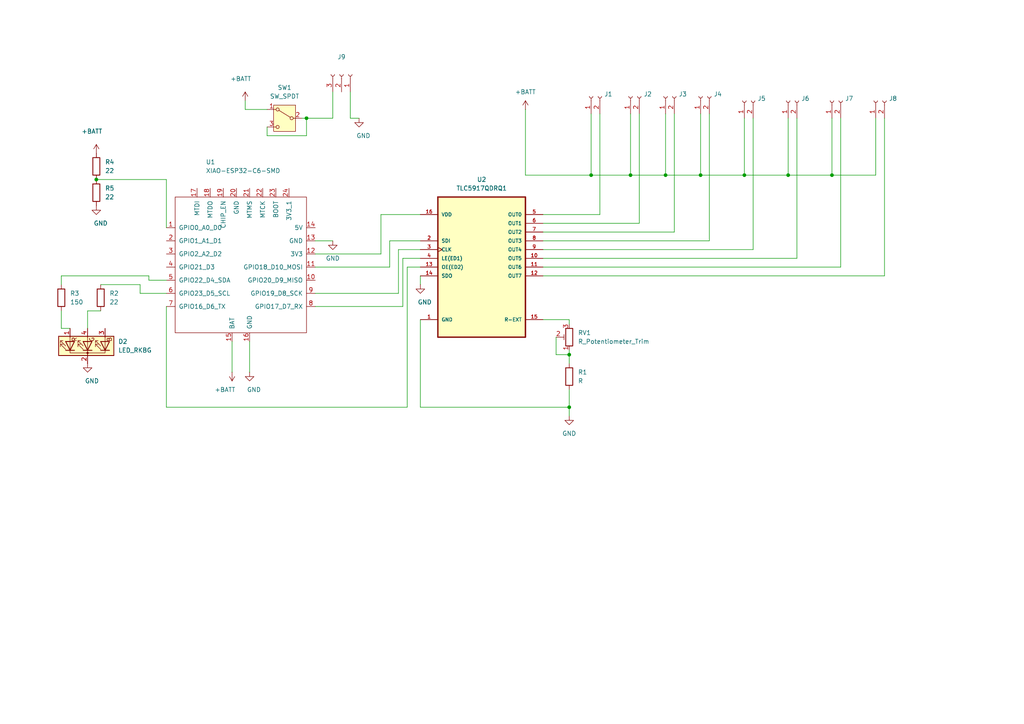
<source format=kicad_sch>
(kicad_sch (version 20250114) (generator "eeschema") (generator_version "9.0")
  (paper "A4")
  (lib_symbols
    (symbol "Connector:Conn_01x02_Socket" (pin_names (offset 1.016) (hide yes))
      (property "Reference" "J" (at 0 2.54 0))
      (property "Value" "Conn_01x02_Socket" (at 0 -5.08 0))
      (symbol "Conn_01x02_Socket_1_1"
        (polyline (pts (xy -1.27 0) (xy -0.508 0)) (stroke (width 0.1524)))
        (polyline (pts (xy -1.27 -2.54) (xy -0.508 -2.54)) (stroke (width 0.1524)))
        (arc (start 0 -0.508) (mid -0.5058 0) (end 0 0.508) (stroke (width 0.1524)))
        (arc (start 0 -3.048) (mid -0.5058 -2.54) (end 0 -2.032) (stroke (width 0.1524)))
        (pin passive line (at -5.08 0 0) (length 3.81) (name "Pin_1") (number "1"))
        (pin passive line (at -5.08 -2.54 0) (length 3.81) (name "Pin_2") (number "2"))
      )
    )
    (symbol "Connector:Conn_01x03_Socket" (pin_names (offset 1.016) (hide yes))
      (property "Reference" "J" (at 0 5.08 0))
      (property "Value" "Conn_01x03_Socket" (at 0 -5.08 0))
      (symbol "Conn_01x03_Socket_1_1"
        (polyline (pts (xy -1.27 2.54) (xy -0.508 2.54)) (stroke (width 0.1524)))
        (polyline (pts (xy -1.27 0) (xy -0.508 0)) (stroke (width 0.1524)))
        (polyline (pts (xy -1.27 -2.54) (xy -0.508 -2.54)) (stroke (width 0.1524)))
        (arc (start 0 2.032) (mid -0.5058 2.54) (end 0 3.048) (stroke (width 0.1524)))
        (arc (start 0 -0.508) (mid -0.5058 0) (end 0 0.508) (stroke (width 0.1524)))
        (arc (start 0 -3.048) (mid -0.5058 -2.54) (end 0 -2.032) (stroke (width 0.1524)))
        (pin passive line (at -5.08 2.54 0) (length 3.81) (name "Pin_1") (number "1"))
        (pin passive line (at -5.08 0 0) (length 3.81) (name "Pin_2") (number "2"))
        (pin passive line (at -5.08 -2.54 0) (length 3.81) (name "Pin_3") (number "3"))
      )
    )
    (symbol "Device:LED_RKBG" (pin_names (offset 0) (hide yes))
      (property "Reference" "D" (at 0 9.398 0))
      (property "Value" "LED_RKBG" (at 0 -8.89 0))
      (symbol "LED_RKBG_0_0"
        (text "R" (at 1.905 3.81 0) (effects (font (size 1.27 1.27))))
        (text "G" (at 1.905 -1.27 0) (effects (font (size 1.27 1.27))))
        (text "B" (at 1.905 -6.35 0) (effects (font (size 1.27 1.27))))
      )
      (symbol "LED_RKBG_0_1"
        (circle (center -2.032 0) (radius 0.254) (fill (type outline)))
        (polyline (pts (xy -1.27 6.35) (xy -1.27 3.81)) (stroke (width 0.254)))
        (polyline (pts (xy -1.27 6.35) (xy -1.27 3.81) (xy -1.27 3.81)))
        (polyline (pts (xy -1.27 5.08) (xy 1.27 5.08)))
        (polyline (pts (xy -1.27 5.08) (xy -2.032 5.08) (xy -2.032 -5.08) (xy -1.016 -5.08)))
        (polyline (pts (xy -1.27 1.27) (xy -1.27 -1.27)) (stroke (width 0.254)))
        (polyline (pts (xy -1.27 1.27) (xy -1.27 -1.27) (xy -1.27 -1.27)))
        (polyline (pts (xy -1.27 0) (xy -2.54 0)))
        (polyline (pts (xy -1.27 -3.81) (xy -1.27 -6.35)) (stroke (width 0.254)))
        (polyline (pts (xy -1.27 -5.08) (xy 1.27 -5.08)))
        (polyline (pts (xy -1.016 6.35) (xy 0.508 7.874) (xy -0.254 7.874) (xy 0.508 7.874) (xy 0.508 7.112)))
        (polyline (pts (xy -1.016 1.27) (xy 0.508 2.794) (xy -0.254 2.794) (xy 0.508 2.794) (xy 0.508 2.032)))
        (polyline (pts (xy -1.016 -3.81) (xy 0.508 -2.286) (xy -0.254 -2.286) (xy 0.508 -2.286) (xy 0.508 -3.048)))
        (polyline (pts (xy 0 6.35) (xy 1.524 7.874) (xy 0.762 7.874) (xy 1.524 7.874) (xy 1.524 7.112)))
        (polyline (pts (xy 0 1.27) (xy 1.524 2.794) (xy 0.762 2.794) (xy 1.524 2.794) (xy 1.524 2.032)))
        (polyline (pts (xy 0 -3.81) (xy 1.524 -2.286) (xy 0.762 -2.286) (xy 1.524 -2.286) (xy 1.524 -3.048)))
        (polyline (pts (xy 1.27 6.35) (xy 1.27 3.81) (xy -1.27 5.08) (xy 1.27 6.35)) (stroke (width 0.254)))
        (rectangle (start 1.27 6.35) (end 1.27 6.35))
        (polyline (pts (xy 1.27 5.08) (xy 2.54 5.08)))
        (rectangle (start 1.27 3.81) (end 1.27 6.35))
        (polyline (pts (xy 1.27 1.27) (xy 1.27 -1.27) (xy -1.27 0) (xy 1.27 1.27)) (stroke (width 0.254)))
        (rectangle (start 1.27 1.27) (end 1.27 1.27))
        (polyline (pts (xy 1.27 0) (xy -1.27 0)))
        (polyline (pts (xy 1.27 0) (xy 2.54 0)))
        (rectangle (start 1.27 -1.27) (end 1.27 1.27))
        (polyline (pts (xy 1.27 -3.81) (xy 1.27 -6.35) (xy -1.27 -5.08) (xy 1.27 -3.81)) (stroke (width 0.254)))
        (polyline (pts (xy 1.27 -5.08) (xy 2.54 -5.08)))
        (rectangle (start 2.794 8.382) (end -2.794 -7.62) (stroke (width 0.254)) (fill (type background)))
      )
      (symbol "LED_RKBG_1_1"
        (pin passive line (at -5.08 0 0) (length 2.54) (name "K") (number "2"))
        (pin passive line (at 5.08 5.08 180) (length 2.54) (name "RA") (number "1"))
        (pin passive line (at 5.08 0 180) (length 2.54) (name "GA") (number "4"))
        (pin passive line (at 5.08 -5.08 180) (length 2.54) (name "BA") (number "3"))
      )
    )
    (symbol "Device:R" (pin_numbers (hide yes)) (pin_names (offset 0))
      (property "Reference" "R" (at 2.032 0 90))
      (property "Value" "R" (at 0 0 90))
      (symbol "R_0_1"
        (rectangle (start -1.016 -2.54) (end 1.016 2.54) (stroke (width 0.254)))
      )
      (symbol "R_1_1"
        (pin passive line (at 0 3.81 270) (length 1.27) (name "~") (number "1"))
        (pin passive line (at 0 -3.81 90) (length 1.27) (name "~") (number "2"))
      )
    )
    (symbol "Device:R_Potentiometer_Trim" (pin_names (offset 1.016) (hide yes))
      (property "Reference" "RV" (at -4.445 0 90))
      (property "Value" "R_Potentiometer_Trim" (at -2.54 0 90))
      (symbol "R_Potentiometer_Trim_0_1"
        (rectangle (start 1.016 2.54) (end -1.016 -2.54) (stroke (width 0.254)))
        (polyline (pts (xy 1.524 0.762) (xy 1.524 -0.762)))
        (polyline (pts (xy 2.54 0) (xy 1.524 0)))
      )
      (symbol "R_Potentiometer_Trim_1_1"
        (pin passive line (at 0 3.81 270) (length 1.27) (name "1") (number "1"))
        (pin passive line (at 0 -3.81 90) (length 1.27) (name "3") (number "3"))
        (pin passive line (at 3.81 0 180) (length 1.27) (name "2") (number "2"))
      )
    )
    (symbol "Snapeda:TLC5917QDRQ1" (pin_names (offset 1.016))
      (property "Reference" "U2" (at 0 25.4 0))
      (property "Value" "TLC5917QDRQ1" (at 0 22.86 0))
      (symbol "TLC5917QDRQ1_0_0"
        (rectangle (start -12.7 -20.32) (end 12.7 20.32) (stroke (width 0.41)) (fill (type background)))
        (pin power_in line (at -17.78 15.24 0) (length 5.08) (name "VDD") (number "16"))
        (pin input line (at -17.78 7.62 0) (length 5.08) (name "SDI") (number "2"))
        (pin input clock (at -17.78 5.08 0) (length 5.08) (name "CLK") (number "3"))
        (pin input line (at -17.78 2.54 0) (length 5.08) (name "LE(ED1)") (number "4"))
        (pin input line (at -17.78 0 0) (length 5.08) (name "OE(ED2)") (number "13"))
        (pin output line (at -17.78 -2.54 0) (length 5.08) (name "SDO") (number "14"))
        (pin power_in line (at -17.78 -15.24 0) (length 5.08) (name "GND") (number "1"))
        (pin output line (at 17.78 15.24 180) (length 5.08) (name "OUT0") (number "5"))
        (pin output line (at 17.78 12.7 180) (length 5.08) (name "OUT1") (number "6"))
        (pin output line (at 17.78 10.16 180) (length 5.08) (name "OUT2") (number "7"))
        (pin output line (at 17.78 7.62 180) (length 5.08) (name "OUT3") (number "8"))
        (pin output line (at 17.78 5.08 180) (length 5.08) (name "OUT4") (number "9"))
        (pin output line (at 17.78 2.54 180) (length 5.08) (name "OUT5") (number "10"))
        (pin output line (at 17.78 0 180) (length 5.08) (name "OUT6") (number "11"))
        (pin output line (at 17.78 -2.54 180) (length 5.08) (name "OUT7") (number "12"))
        (pin input line (at 17.78 -15.24 180) (length 5.08) (name "R-EXT") (number "15"))
      )
    )
    (symbol "Switch:SW_SPDT" (pin_names (offset 0) (hide yes))
      (property "Reference" "SW" (at 0 5.08 0))
      (property "Value" "SW_SPDT" (at 0 -5.08 0))
      (symbol "SW_SPDT_0_1"
        (circle (center -2.032 0) (radius 0.4572))
        (polyline (pts (xy -1.651 0.254) (xy 1.651 2.286)))
        (circle (center 2.032 2.54) (radius 0.4572))
        (circle (center 2.032 -2.54) (radius 0.4572))
      )
      (symbol "SW_SPDT_1_1"
        (rectangle (start -3.175 3.81) (end 3.175 -3.81) (fill (type background)))
        (pin passive line (at -5.08 0 0) (length 2.54) (name "B") (number "2"))
        (pin passive line (at 5.08 2.54 180) (length 2.54) (name "A") (number "1"))
        (pin passive line (at 5.08 -2.54 180) (length 2.54) (name "C") (number "3"))
      )
    )
    (symbol "Xiao:XIAO-ESP32-C6-SMD" (pin_names (offset 1.016))
      (property "Reference" "U" (at -18.542 23.114 0))
      (property "Value" "XIAO-ESP32-S3-SMD" (at -8.382 21.336 0))
      (symbol "XIAO-ESP32-C6-SMD_0_1"
        (rectangle (start 19.05 -19.05) (end -19.05 20.32))
      )
      (symbol "XIAO-ESP32-C6-SMD_1_1"
        (pin passive line (at -21.59 11.43 0) (length 2.54) (name "GPIO0_A0_D0") (number "1"))
        (pin passive line (at -21.59 7.62 0) (length 2.54) (name "GPIO1_A1_D1") (number "2"))
        (pin passive line (at -21.59 3.81 0) (length 2.54) (name "GPIO2_A2_D2") (number "3"))
        (pin passive line (at -21.59 0 0) (length 2.54) (name "GPIO21_D3") (number "4"))
        (pin passive line (at -21.59 -3.81 0) (length 2.54) (name "GPIO22_D4_SDA") (number "5"))
        (pin passive line (at -21.59 -7.62 0) (length 2.54) (name "GPIO23_D5_SCL") (number "6"))
        (pin passive line (at -21.59 -11.43 0) (length 2.54) (name "GPIO16_D6_TX") (number "7"))
        (pin passive line (at -12.7 22.86 270) (length 2.54) (name "MTDI") (number "17"))
        (pin passive line (at -8.89 22.86 270) (length 2.54) (name "MTDO") (number "18"))
        (pin passive line (at -5.08 22.86 270) (length 2.54) (name "CHIP_EN") (number "19"))
        (pin passive line (at -2.54 -21.59 90) (length 2.54) (name "BAT") (number "15"))
        (pin passive line (at -1.27 22.86 270) (length 2.54) (name "GND") (number "20"))
        (pin passive line (at 2.54 22.86 270) (length 2.54) (name "MTMS") (number "21"))
        (pin passive line (at 2.54 -21.59 90) (length 2.54) (name "GND") (number "16"))
        (pin passive line (at 6.35 22.86 270) (length 2.54) (name "MTCK") (number "22"))
        (pin passive line (at 10.16 22.86 270) (length 2.54) (name "BOOT") (number "23"))
        (pin passive line (at 13.97 22.86 270) (length 2.54) (name "3V3_1") (number "24"))
        (pin passive line (at 21.59 11.43 180) (length 2.54) (name "5V") (number "14"))
        (pin passive line (at 21.59 7.62 180) (length 2.54) (name "GND") (number "13"))
        (pin passive line (at 21.59 3.81 180) (length 2.54) (name "3V3") (number "12"))
        (pin passive line (at 21.59 0 180) (length 2.54) (name "GPIO18_D10_MOSI") (number "11"))
        (pin passive line (at 21.59 -3.81 180) (length 2.54) (name "GPIO20_D9_MISO") (number "10"))
        (pin passive line (at 21.59 -7.62 180) (length 2.54) (name "GPIO19_D8_SCK") (number "9"))
        (pin passive line (at 21.59 -11.43 180) (length 2.54) (name "GPIO17_D7_RX") (number "8"))
      )
    )
    (symbol "power:+BATT" (power) (pin_numbers (hide yes)) (pin_names (offset 0) (hide yes))
      (property "Value" "+BATT" (at 0 3.556 0))
      (symbol "+BATT_0_1"
        (polyline (pts (xy -0.762 1.27) (xy 0 2.54)))
        (polyline (pts (xy 0 2.54) (xy 0.762 1.27)))
        (polyline (pts (xy 0 0) (xy 0 2.54)))
      )
      (symbol "+BATT_1_1"
        (pin power_in line (at 0 0 90) (length 0) (name "~") (number "1"))
      )
    )
    (symbol "power:GND" (power) (pin_numbers (hide yes)) (pin_names (offset 0) (hide yes))
      (property "Value" "GND" (at 0 -3.81 0))
      (symbol "GND_0_1"
        (polyline (pts (xy 0 0) (xy 0 -1.27) (xy 1.27 -1.27) (xy 0 -2.54) (xy -1.27 -1.27) (xy 0 -1.27)))
      )
      (symbol "GND_1_1"
        (pin power_in line (at 0 0 270) (length 0) (name "~") (number "1"))
      )
    )
  )
  (junction (at 203.2 50.8))
  (junction (at 165.1 118.11))
  (junction (at 241.3 50.8))
  (junction (at 88.9 34.29))
  (junction (at 215.9 50.8))
  (junction (at 171.45 50.8))
  (junction (at 228.6 50.8))
  (junction (at 182.88 50.8))
  (junction (at 165.1 102.87))
  (junction (at 193.04 50.8))
  (junction (at 27.94 52.07))
  (wire (pts (xy 182.88 33.02) (xy 182.88 50.8)))
  (wire (pts (xy 173.99 62.23) (xy 173.99 33.02)))
  (wire (pts (xy 161.29 97.79) (xy 161.29 102.87)))
  (wire (pts (xy 171.45 33.02) (xy 171.45 50.8)))
  (wire (pts (xy 77.47 36.83) (xy 77.47 39.37)))
  (wire (pts (xy 218.44 34.29) (xy 218.44 72.39)))
  (wire (pts (xy 171.45 50.8) (xy 182.88 50.8)))
  (wire (pts (xy 157.48 77.47) (xy 243.84 77.47)))
  (wire (pts (xy 48.26 52.07) (xy 48.26 66.04)))
  (wire (pts (xy 43.18 81.28) (xy 48.26 81.28)))
  (wire (pts (xy 205.74 69.85) (xy 205.74 33.02)))
  (wire (pts (xy 157.48 62.23) (xy 173.99 62.23)))
  (wire (pts (xy 17.78 80.01) (xy 43.18 80.01)))
  (wire (pts (xy 91.44 73.66) (xy 110.49 73.66)))
  (wire (pts (xy 231.14 34.29) (xy 231.14 74.93)))
  (wire (pts (xy 157.48 69.85) (xy 205.74 69.85)))
  (wire (pts (xy 193.04 50.8) (xy 203.2 50.8)))
  (wire (pts (xy 48.26 88.9) (xy 48.26 118.11)))
  (wire (pts (xy 87.63 34.29) (xy 88.9 34.29)))
  (wire (pts (xy 110.49 73.66) (xy 110.49 62.23)))
  (wire (pts (xy 17.78 90.17) (xy 17.78 95.25)))
  (wire (pts (xy 101.6 26.67) (xy 101.6 34.29)))
  (wire (pts (xy 165.1 118.11) (xy 165.1 120.65)))
  (wire (pts (xy 43.18 80.01) (xy 43.18 81.28)))
  (wire (pts (xy 157.48 80.01) (xy 256.54 80.01)))
  (wire (pts (xy 121.92 92.71) (xy 121.92 118.11)))
  (wire (pts (xy 116.84 88.9) (xy 116.84 74.93)))
  (wire (pts (xy 228.6 50.8) (xy 241.3 50.8)))
  (wire (pts (xy 256.54 34.29) (xy 256.54 80.01)))
  (wire (pts (xy 157.48 92.71) (xy 165.1 92.71)))
  (wire (pts (xy 29.21 82.55) (xy 40.64 82.55)))
  (wire (pts (xy 215.9 34.29) (xy 215.9 50.8)))
  (wire (pts (xy 115.57 72.39) (xy 121.92 72.39)))
  (wire (pts (xy 71.12 31.75) (xy 71.12 29.21)))
  (wire (pts (xy 195.58 67.31) (xy 195.58 33.02)))
  (wire (pts (xy 161.29 102.87) (xy 165.1 102.87)))
  (wire (pts (xy 48.26 118.11) (xy 118.11 118.11)))
  (wire (pts (xy 91.44 88.9) (xy 116.84 88.9)))
  (wire (pts (xy 152.4 31.75) (xy 152.4 50.8)))
  (wire (pts (xy 118.11 118.11) (xy 118.11 77.47)))
  (wire (pts (xy 165.1 102.87) (xy 165.1 105.41)))
  (wire (pts (xy 157.48 74.93) (xy 231.14 74.93)))
  (wire (pts (xy 91.44 85.09) (xy 115.57 85.09)))
  (wire (pts (xy 152.4 50.8) (xy 171.45 50.8)))
  (wire (pts (xy 215.9 50.8) (xy 228.6 50.8)))
  (wire (pts (xy 165.1 101.6) (xy 165.1 102.87)))
  (wire (pts (xy 185.42 64.77) (xy 185.42 33.02)))
  (wire (pts (xy 113.03 69.85) (xy 121.92 69.85)))
  (wire (pts (xy 182.88 50.8) (xy 193.04 50.8)))
  (wire (pts (xy 25.4 90.17) (xy 25.4 95.25)))
  (wire (pts (xy 157.48 67.31) (xy 195.58 67.31)))
  (wire (pts (xy 115.57 85.09) (xy 115.57 72.39)))
  (wire (pts (xy 88.9 34.29) (xy 96.52 34.29)))
  (wire (pts (xy 88.9 34.29) (xy 88.9 39.37)))
  (wire (pts (xy 40.64 85.09) (xy 48.26 85.09)))
  (wire (pts (xy 116.84 74.93) (xy 121.92 74.93)))
  (wire (pts (xy 118.11 77.47) (xy 121.92 77.47)))
  (wire (pts (xy 17.78 82.55) (xy 17.78 80.01)))
  (wire (pts (xy 121.92 82.55) (xy 121.92 80.01)))
  (wire (pts (xy 40.64 82.55) (xy 40.64 85.09)))
  (wire (pts (xy 243.84 34.29) (xy 243.84 77.47)))
  (wire (pts (xy 241.3 50.8) (xy 254 50.8)))
  (wire (pts (xy 77.47 39.37) (xy 88.9 39.37)))
  (wire (pts (xy 241.3 34.29) (xy 241.3 50.8)))
  (wire (pts (xy 91.44 77.47) (xy 113.03 77.47)))
  (wire (pts (xy 72.39 99.06) (xy 72.39 107.95)))
  (wire (pts (xy 193.04 33.02) (xy 193.04 50.8)))
  (wire (pts (xy 228.6 34.29) (xy 228.6 50.8)))
  (wire (pts (xy 165.1 93.98) (xy 165.1 92.71)))
  (wire (pts (xy 113.03 77.47) (xy 113.03 69.85)))
  (wire (pts (xy 203.2 50.8) (xy 215.9 50.8)))
  (wire (pts (xy 101.6 34.29) (xy 104.14 34.29)))
  (wire (pts (xy 157.48 64.77) (xy 185.42 64.77)))
  (wire (pts (xy 121.92 118.11) (xy 165.1 118.11)))
  (wire (pts (xy 67.31 99.06) (xy 67.31 107.95)))
  (wire (pts (xy 96.52 26.67) (xy 96.52 34.29)))
  (wire (pts (xy 254 34.29) (xy 254 50.8)))
  (wire (pts (xy 17.78 95.25) (xy 20.32 95.25)))
  (wire (pts (xy 91.44 69.85) (xy 96.52 69.85)))
  (wire (pts (xy 71.12 31.75) (xy 77.47 31.75)))
  (wire (pts (xy 203.2 33.02) (xy 203.2 50.8)))
  (wire (pts (xy 27.94 52.07) (xy 48.26 52.07)))
  (wire (pts (xy 29.21 90.17) (xy 25.4 90.17)))
  (wire (pts (xy 157.48 72.39) (xy 218.44 72.39)))
  (wire (pts (xy 110.49 62.23) (xy 121.92 62.23)))
  (wire (pts (xy 165.1 113.03) (xy 165.1 118.11)))
  (symbol (lib_id "Connector:Conn_01x02_Socket") (at 171.45 27.94 90) (unit 1)
    (property "Reference" "J1" (at 175.26 27.3049 90) (effects (justify right)))
    (property "Value" "Conn_01x02_Socket" (effects (hide yes)))
    (property "Footprint" "Connector_Molex:Molex_PicoBlade_53048-0210_1x02_P1.25mm_Horizontal" (effects (hide yes)))
    (property "Description" "Generic connector, single row, 01x02, script generated" (effects (hide yes)))
  )
  (symbol (lib_id "Connector:Conn_01x02_Socket") (at 193.04 27.94 90) (unit 1)
    (property "Reference" "J3" (at 196.85 27.3049 90) (effects (justify right)))
    (property "Value" "Conn_01x02_Socket" (effects (hide yes)))
    (property "Footprint" "Connector_Molex:Molex_PicoBlade_53048-0210_1x02_P1.25mm_Horizontal" (effects (hide yes)))
    (property "Description" "Generic connector, single row, 01x02, script generated" (effects (hide yes)))
  )
  (symbol (lib_id "Connector:Conn_01x02_Socket") (at 241.3 29.21 90) (unit 1)
    (property "Reference" "J7" (at 245.11 28.5749 90) (effects (justify right)))
    (property "Value" "Conn_01x02_Socket" (effects (hide yes)))
    (property "Footprint" "Connector_Molex:Molex_PicoBlade_53048-0210_1x02_P1.25mm_Horizontal" (effects (hide yes)))
    (property "Description" "Generic connector, single row, 01x02, script generated" (effects (hide yes)))
  )
  (symbol (lib_id "Device:LED_RKBG") (at 25.4 100.33 90) (unit 1)
    (property "Reference" "D2" (at 34.29 99.0599 90) (effects (justify right)))
    (property "Value" "LED_RKBG" (at 34.29 101.5999 90) (effects (justify right)))
    (property "Footprint" "LED_THT:LED_D5.0mm-4_RGB" (effects (hide yes)))
    (property "Description" "RGB LED, red/cathode/blue/green" (effects (hide yes)))
  )
  (symbol (lib_id "Device:R") (at 29.21 86.36 0) (unit 1)
    (property "Reference" "R2" (at 31.75 85.0899 0) (effects (justify left)))
    (property "Value" "22" (at 31.75 87.6299 0) (effects (justify left)))
    (property "Footprint" "Resistor_THT:R_Axial_DIN0207_L6.3mm_D2.5mm_P10.16mm_Horizontal" (effects (hide yes)))
    (property "Description" "Resistor" (effects (hide yes)))
  )
  (symbol (lib_id "Switch:SW_SPDT") (at 82.55 34.29 0) (mirror y) (unit 1)
    (property "Reference" "SW1" (at 82.55 25.4 0))
    (property "Value" "SW_SPDT" (at 82.55 27.94 0))
    (property "Footprint" "Button_Switch_THT:SW_Slide-03_Wuerth-WS-SLTV_10x2.5x6.4_P2.54mm" (effects (hide yes)))
    (property "Description" "Switch, single pole double throw" (effects (hide yes)))
  )
  (symbol (lib_id "Connector:Conn_01x03_Socket") (at 99.06 21.59 270) (mirror x) (unit 1)
    (property "Reference" "J9" (at 99.06 16.51 90))
    (property "Value" "Conn_01x03_Socket" (effects (hide yes)))
    (property "Footprint" "Connector_Molex:Molex_PicoBlade_53048-0310_1x03_P1.25mm_Horizontal" (effects (hide yes)))
    (property "Description" "Generic connector, single row, 01x03, script generated" (effects (hide yes)))
  )
  (symbol (lib_id "power:GND") (at 165.1 120.65 0) (unit 1)
    (property "Reference" "#PWR05" (effects (hide yes)))
    (property "Value" "GND" (at 165.1 125.73 0))
    (property "Description" "Power symbol creates a global label with name \"GND\" , ground" (effects (hide yes)))
  )
  (symbol (lib_id "power:GND") (at 96.52 69.85 0) (unit 1)
    (property "Reference" "#PWR06" (effects (hide yes)))
    (property "Value" "GND" (at 96.52 74.93 0))
    (property "Description" "Power symbol creates a global label with name \"GND\" , ground" (effects (hide yes)))
  )
  (symbol (lib_id "Connector:Conn_01x02_Socket") (at 228.6 29.21 90) (unit 1)
    (property "Reference" "J6" (at 232.41 28.5749 90) (effects (justify right)))
    (property "Value" "Conn_01x02_Socket" (effects (hide yes)))
    (property "Footprint" "Connector_Molex:Molex_PicoBlade_53048-0210_1x02_P1.25mm_Horizontal" (effects (hide yes)))
    (property "Description" "Generic connector, single row, 01x02, script generated" (effects (hide yes)))
  )
  (symbol (lib_id "Device:R_Potentiometer_Trim") (at 165.1 97.79 180) (unit 1)
    (property "Reference" "RV1" (at 167.64 96.5199 0) (effects (justify right)))
    (property "Value" "R_Potentiometer_Trim" (at 167.64 99.0599 0) (effects (justify right)))
    (property "Footprint" "Potentiometer_SMD:Potentiometer_Bourns_TC33X_Vertical" (effects (hide yes)))
    (property "Description" "Trim-potentiometer" (effects (hide yes)))
  )
  (symbol (lib_id "Connector:Conn_01x02_Socket") (at 254 29.21 90) (unit 1)
    (property "Reference" "J8" (at 257.81 28.5749 90) (effects (justify right)))
    (property "Value" "Conn_01x02_Socket" (effects (hide yes)))
    (property "Footprint" "Connector_Molex:Molex_PicoBlade_53048-0210_1x02_P1.25mm_Horizontal" (effects (hide yes)))
    (property "Description" "Generic connector, single row, 01x02, script generated" (effects (hide yes)))
  )
  (symbol (lib_id "Xiao:XIAO-ESP32-C6-SMD") (at 69.85 77.47 0) (unit 1)
    (property "Reference" "U1" (at 59.69 46.99 0) (effects (justify left)))
    (property "Value" "XIAO-ESP32-C6-SMD" (at 59.69 49.53 0) (effects (justify left)))
    (property "Footprint" "XIAO:XIAO-ESP32C6-SMD" (effects (hide yes)))
  )
  (symbol (lib_id "power:GND") (at 104.14 34.29 0) (unit 1)
    (property "Reference" "#PWR07" (effects (hide yes)))
    (property "Value" "GND" (at 105.41 39.37 0))
    (property "Description" "Power symbol creates a global label with name \"GND\" , ground" (effects (hide yes)))
  )
  (symbol (lib_id "Device:R") (at 165.1 109.22 0) (unit 1)
    (property "Reference" "R1" (at 167.64 107.9499 0) (effects (justify left)))
    (property "Value" "R" (at 167.64 110.4899 0) (effects (justify left)))
    (property "Footprint" "Resistor_SMD:R_0603_1608Metric_Pad0.98x0.95mm_HandSolder" (effects (hide yes)))
    (property "Description" "Resistor" (effects (hide yes)))
  )
  (symbol (lib_id "power:+BATT") (at 67.31 107.95 180) (unit 1)
    (property "Reference" "#PWR02" (effects (hide yes)))
    (property "Value" "+BATT" (at 62.23 113.03 0) (effects (justify right)))
    (property "Description" "Power symbol creates a global label with name \"+BATT\"" (effects (hide yes)))
  )
  (symbol (lib_id "Device:R") (at 27.94 48.26 0) (unit 1)
    (property "Reference" "R4" (at 30.48 46.9899 0) (effects (justify left)))
    (property "Value" "22" (at 30.48 49.5299 0) (effects (justify left)))
    (property "Footprint" "Resistor_SMD:R_0603_1608Metric_Pad0.98x0.95mm_HandSolder" (effects (hide yes)))
    (property "Description" "Resistor" (effects (hide yes)))
  )
  (symbol (lib_id "Connector:Conn_01x02_Socket") (at 203.2 27.94 90) (unit 1)
    (property "Reference" "J4" (at 207.01 27.3049 90) (effects (justify right)))
    (property "Value" "Conn_01x02_Socket" (effects (hide yes)))
    (property "Footprint" "Connector_Molex:Molex_PicoBlade_53048-0210_1x02_P1.25mm_Horizontal" (effects (hide yes)))
    (property "Description" "Generic connector, single row, 01x02, script generated" (effects (hide yes)))
  )
  (symbol (lib_id "power:GND") (at 25.4 105.41 0) (unit 1)
    (property "Reference" "#PWR08" (effects (hide yes)))
    (property "Value" "GND" (at 26.67 110.49 0))
    (property "Description" "Power symbol creates a global label with name \"GND\" , ground" (effects (hide yes)))
  )
  (symbol (lib_id "Device:R") (at 17.78 86.36 0) (unit 1)
    (property "Reference" "R3" (at 20.32 85.0899 0) (effects (justify left)))
    (property "Value" "150" (at 20.32 87.6299 0) (effects (justify left)))
    (property "Footprint" "Resistor_THT:R_Axial_DIN0207_L6.3mm_D2.5mm_P10.16mm_Horizontal" (effects (hide yes)))
    (property "Description" "Resistor" (effects (hide yes)))
  )
  (symbol (lib_id "power:+BATT") (at 27.94 44.45 0) (unit 1)
    (property "Reference" "#PWR010" (effects (hide yes)))
    (property "Value" "+BATT" (at 26.67 38.1 0))
    (property "Description" "Power symbol creates a global label with name \"+BATT\"" (effects (hide yes)))
  )
  (symbol (lib_id "power:+BATT") (at 152.4 31.75 0) (unit 1)
    (property "Reference" "#PWR01" (effects (hide yes)))
    (property "Value" "+BATT" (at 152.4 26.67 0))
    (property "Description" "Power symbol creates a global label with name \"+BATT\"" (effects (hide yes)))
  )
  (symbol (lib_id "Snapeda:TLC5917QDRQ1") (at 139.7 77.47 0) (unit 1)
    (property "Reference" "U2" (at 139.7 52.07 0))
    (property "Value" "TLC5917QDRQ1" (at 139.7 54.61 0))
    (property "Footprint" "Snapeda:SOIC127P600X175-16N" (effects (hide yes)))
    (property "MF" "Texas Instruments" (effects (hide yes)))
    (property "Description_1" "Automotive 8-bit constant-current LED sink drivers with Vled Short detection" (effects (hide yes)))
    (property "Package" "SOIC-16 Texas Instruments" (effects (hide yes)))
    (property "Price" "None" (effects (hide yes)))
    (property "Check_prices" "https://www.snapeda.com/parts/TLC5917QDRQ1/Texas+Instruments/view-part/?ref=eda" (effects (hide yes)))
    (property "SnapEDA_Link" "https://www.snapeda.com/parts/TLC5917QDRQ1/Texas+Instruments/view-part/?ref=snap" (effects (hide yes)))
    (property "MP" "TLC5917QDRQ1" (effects (hide yes)))
    (property "Availability" "In Stock" (effects (hide yes)))
    (property "Manufacturer" "Texas Instruments" (effects (hide yes)))
  )
  (symbol (lib_id "Connector:Conn_01x02_Socket") (at 182.88 27.94 90) (unit 1)
    (property "Reference" "J2" (at 186.69 27.3049 90) (effects (justify right)))
    (property "Value" "Conn_01x02_Socket" (effects (hide yes)))
    (property "Footprint" "Connector_Molex:Molex_PicoBlade_53048-0210_1x02_P1.25mm_Horizontal" (effects (hide yes)))
    (property "Description" "Generic connector, single row, 01x02, script generated" (effects (hide yes)))
  )
  (symbol (lib_id "Device:R") (at 27.94 55.88 0) (unit 1)
    (property "Reference" "R5" (at 30.48 54.6099 0) (effects (justify left)))
    (property "Value" "22" (at 30.48 57.1499 0) (effects (justify left)))
    (property "Footprint" "Resistor_SMD:R_0603_1608Metric_Pad0.98x0.95mm_HandSolder" (effects (hide yes)))
    (property "Description" "Resistor" (effects (hide yes)))
  )
  (symbol (lib_id "power:GND") (at 72.39 107.95 0) (unit 1)
    (property "Reference" "#PWR03" (effects (hide yes)))
    (property "Value" "GND" (at 73.66 113.03 0))
    (property "Description" "Power symbol creates a global label with name \"GND\" , ground" (effects (hide yes)))
  )
  (symbol (lib_id "power:+BATT") (at 71.12 29.21 0) (unit 1)
    (property "Reference" "#PWR04" (effects (hide yes)))
    (property "Value" "+BATT" (at 69.85 22.86 0))
    (property "Description" "Power symbol creates a global label with name \"+BATT\"" (effects (hide yes)))
  )
  (symbol (lib_id "Connector:Conn_01x02_Socket") (at 215.9 29.21 90) (unit 1)
    (property "Reference" "J5" (at 219.71 28.5749 90) (effects (justify right)))
    (property "Value" "Conn_01x02_Socket" (effects (hide yes)))
    (property "Footprint" "Connector_Molex:Molex_PicoBlade_53048-0210_1x02_P1.25mm_Horizontal" (effects (hide yes)))
    (property "Description" "Generic connector, single row, 01x02, script generated" (effects (hide yes)))
  )
  (symbol (lib_id "power:GND") (at 121.92 82.55 0) (unit 1)
    (property "Reference" "#PWR011" (effects (hide yes)))
    (property "Value" "GND" (at 123.19 87.63 0))
    (property "Description" "Power symbol creates a global label with name \"GND\" , ground" (effects (hide yes)))
  )
  (symbol (lib_id "power:GND") (at 27.94 59.69 0) (unit 1)
    (property "Reference" "#PWR09" (effects (hide yes)))
    (property "Value" "GND" (at 29.21 64.77 0))
    (property "Description" "Power symbol creates a global label with name \"GND\" , ground" (effects (hide yes)))
  )
)
</source>
